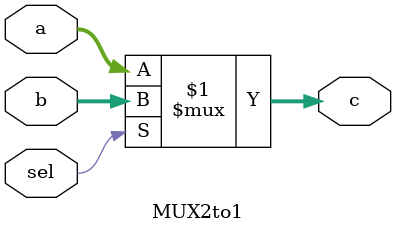
<source format=v>
module MMS_4num(result, select, number0, number1, number2, number3);

input        select;
input  [7:0] number0;
input  [7:0] number1;
input  [7:0] number2;
input  [7:0] number3;
output [7:0] result; 

wire [7:0] mux0_out, mux1_out;

MUX2to1 mux0(number0, number1, select ? (number1<number0) : (number1>number0), mux0_out);
MUX2to1 mux1(number2, number3, select ? (number3<number2) : (number3>number2), mux1_out);
MUX2to1 mux2(mux0_out, mux1_out, select ? (mux1_out<mux0_out) : (mux1_out>mux0_out), result);

endmodule

module MUX2to1 (input [7:0] a, 
		input [7:0] b,
		input sel,
		output [7:0] c);

assign c = sel ? b : a;
	
endmodule
</source>
